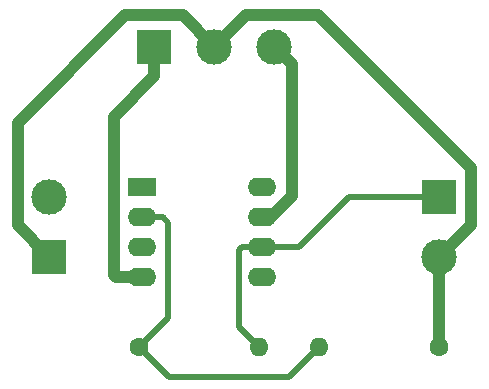
<source format=gbr>
G04 #@! TF.GenerationSoftware,KiCad,Pcbnew,(5.1.6)-1*
G04 #@! TF.CreationDate,2020-07-25T06:59:07+02:00*
G04 #@! TF.ProjectId,kiCad,6b694361-642e-46b6-9963-61645f706362,rev?*
G04 #@! TF.SameCoordinates,Original*
G04 #@! TF.FileFunction,Copper,L1,Top*
G04 #@! TF.FilePolarity,Positive*
%FSLAX46Y46*%
G04 Gerber Fmt 4.6, Leading zero omitted, Abs format (unit mm)*
G04 Created by KiCad (PCBNEW (5.1.6)-1) date 2020-07-25 06:59:07*
%MOMM*%
%LPD*%
G01*
G04 APERTURE LIST*
G04 #@! TA.AperFunction,ComponentPad*
%ADD10R,3.000000X3.000000*%
G04 #@! TD*
G04 #@! TA.AperFunction,ComponentPad*
%ADD11C,3.000000*%
G04 #@! TD*
G04 #@! TA.AperFunction,ComponentPad*
%ADD12O,1.600000X1.600000*%
G04 #@! TD*
G04 #@! TA.AperFunction,ComponentPad*
%ADD13C,1.600000*%
G04 #@! TD*
G04 #@! TA.AperFunction,ComponentPad*
%ADD14R,2.400000X1.600000*%
G04 #@! TD*
G04 #@! TA.AperFunction,ComponentPad*
%ADD15O,2.400000X1.600000*%
G04 #@! TD*
G04 #@! TA.AperFunction,Conductor*
%ADD16C,1.000000*%
G04 #@! TD*
G04 #@! TA.AperFunction,Conductor*
%ADD17C,0.500000*%
G04 #@! TD*
G04 APERTURE END LIST*
D10*
X83820000Y-62230000D03*
D11*
X88900000Y-62230000D03*
X93980000Y-62230000D03*
X74930000Y-74930000D03*
D10*
X74930000Y-80010000D03*
X107950000Y-74930000D03*
D11*
X107950000Y-80010000D03*
D12*
X97790000Y-87630000D03*
D13*
X107950000Y-87630000D03*
X82550000Y-87630000D03*
D12*
X92710000Y-87630000D03*
D14*
X82805001Y-74125001D03*
D15*
X92965001Y-81745001D03*
X82805001Y-76665001D03*
X92965001Y-79205001D03*
X82805001Y-79205001D03*
X92965001Y-76665001D03*
X82805001Y-81745001D03*
X92965001Y-74125001D03*
D16*
X80605001Y-81745001D02*
X82805001Y-81745001D01*
X80404991Y-68145009D02*
X80404991Y-81544991D01*
X80404991Y-81544991D02*
X80605001Y-81745001D01*
X83820000Y-64730000D02*
X80404991Y-68145009D01*
X83820000Y-62230000D02*
X83820000Y-64730000D01*
X81359999Y-59529999D02*
X72229999Y-68659999D01*
X72229999Y-77309999D02*
X74930000Y-80010000D01*
X72229999Y-68659999D02*
X72229999Y-77309999D01*
X86199999Y-59529999D02*
X81359999Y-59529999D01*
X88900000Y-62230000D02*
X86199999Y-59529999D01*
X110650001Y-77309999D02*
X107950000Y-80010000D01*
X110650001Y-72469999D02*
X110650001Y-77309999D01*
X97710001Y-59529999D02*
X110650001Y-72469999D01*
X91600001Y-59529999D02*
X97710001Y-59529999D01*
X88900000Y-62230000D02*
X91600001Y-59529999D01*
X107950000Y-80010000D02*
X107950000Y-87630000D01*
X93653442Y-76665001D02*
X92965001Y-76665001D01*
X95479999Y-63729999D02*
X95479999Y-74838444D01*
X95479999Y-74838444D02*
X93653442Y-76665001D01*
X93980000Y-62230000D02*
X95479999Y-63729999D01*
D17*
X92965001Y-79205001D02*
X96054999Y-79205001D01*
X100330000Y-74930000D02*
X107950000Y-74930000D01*
X96054999Y-79205001D02*
X100330000Y-74930000D01*
X91265001Y-79205001D02*
X92965001Y-79205001D01*
X91014991Y-79455011D02*
X91265001Y-79205001D01*
X91014991Y-85934991D02*
X91014991Y-79455011D01*
X92710000Y-87630000D02*
X91014991Y-85934991D01*
X97790000Y-87630000D02*
X95250000Y-90170000D01*
X85090000Y-90170000D02*
X82550000Y-87630000D01*
X95250000Y-90170000D02*
X85090000Y-90170000D01*
X84505001Y-76665001D02*
X82805001Y-76665001D01*
X84955011Y-77115011D02*
X84505001Y-76665001D01*
X84955011Y-85224989D02*
X84955011Y-77115011D01*
X82550000Y-87630000D02*
X84955011Y-85224989D01*
M02*

</source>
